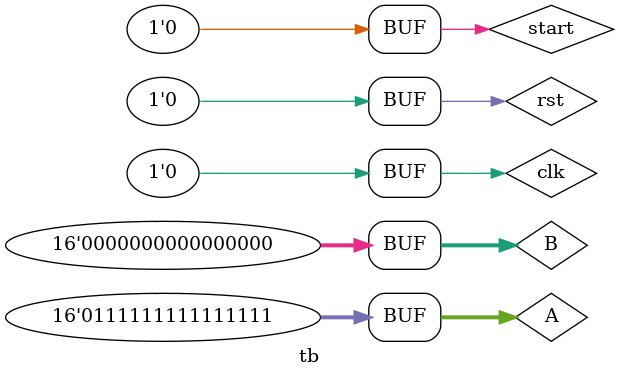
<source format=v>
`timescale 1ns/1ns

module tb();
    reg clk = 0;
    reg rst = 0;
    reg start = 0;

    reg [15:0] A = 16'b0001000000000000;
    reg [15:0] B = 16'b0010111000000000;
    wire [15:0] Y;
    wire done;

    top_module UUT(.clk(clk), .rst(rst), .A(A), .B(B), .start(start), .Y(Y), .done(done));

    initial repeat(300) #10 clk = ~clk; 
    initial begin 
    #20 rst = 1'b1;
    #20 rst = 1'b0;
    #20 start = 1'b1;
    #20 start = 1'b0;
    #800 start = 1'b1;
    A = 16'b111111111111111;
    B = 16'b000000000000000;
    #20 start = 1'b0;
    end 
endmodule
</source>
